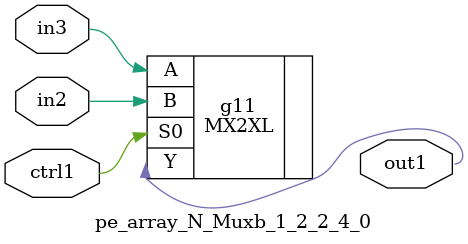
<source format=v>
`timescale 1ps / 1ps


module pe_array_N_Muxb_1_2_2_4_0(in3, in2, ctrl1, out1);
  input in3, in2, ctrl1;
  output out1;
  wire in3, in2, ctrl1;
  wire out1;
  MX2XL g11(.A (in3), .B (in2), .S0 (ctrl1), .Y (out1));
endmodule



</source>
